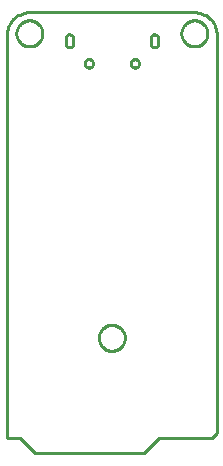
<source format=gbr>
G04 EAGLE Gerber RS-274X export*
G75*
%MOMM*%
%FSLAX34Y34*%
%LPD*%
%IN*%
%IPPOS*%
%AMOC8*
5,1,8,0,0,1.08239X$1,22.5*%
G01*
%ADD10C,0.254000*%


D10*
X-88900Y0D02*
X-77470Y0D01*
X-64770Y-12700D01*
X27305Y-12700D01*
X40005Y0D01*
X85090Y0D01*
X88900Y4445D01*
X88900Y341630D01*
X88828Y343290D01*
X88611Y344938D01*
X88251Y346561D01*
X87751Y348145D01*
X87115Y349681D01*
X86348Y351155D01*
X85455Y352557D01*
X84443Y353875D01*
X83320Y355100D01*
X82095Y356223D01*
X80777Y357235D01*
X79375Y358128D01*
X77901Y358895D01*
X76365Y359531D01*
X74781Y360031D01*
X73158Y360391D01*
X71510Y360608D01*
X69850Y360680D01*
X-69850Y360680D01*
X-71510Y360608D01*
X-73158Y360391D01*
X-74781Y360031D01*
X-76365Y359531D01*
X-77901Y358895D01*
X-79375Y358128D01*
X-80777Y357235D01*
X-82095Y356223D01*
X-83320Y355100D01*
X-84443Y353875D01*
X-85455Y352557D01*
X-86348Y351155D01*
X-87115Y349681D01*
X-87751Y348145D01*
X-88251Y346561D01*
X-88611Y344938D01*
X-88828Y343290D01*
X-88900Y341630D01*
X-88900Y0D01*
X-39000Y333500D02*
X-38968Y333261D01*
X-38915Y333026D01*
X-38842Y332797D01*
X-38749Y332575D01*
X-38637Y332361D01*
X-38507Y332159D01*
X-38359Y331968D01*
X-38196Y331791D01*
X-38018Y331629D01*
X-37826Y331483D01*
X-37623Y331354D01*
X-37409Y331243D01*
X-37186Y331152D01*
X-36956Y331080D01*
X-36720Y331029D01*
X-36481Y330998D01*
X-36241Y330989D01*
X-36000Y331000D01*
X-35759Y330989D01*
X-35519Y330998D01*
X-35280Y331029D01*
X-35044Y331080D01*
X-34814Y331152D01*
X-34592Y331243D01*
X-34377Y331354D01*
X-34174Y331483D01*
X-33982Y331629D01*
X-33804Y331791D01*
X-33641Y331968D01*
X-33493Y332159D01*
X-33363Y332361D01*
X-33251Y332575D01*
X-33158Y332797D01*
X-33085Y333026D01*
X-33032Y333261D01*
X-33000Y333500D01*
X-33000Y339500D01*
X-33032Y339739D01*
X-33085Y339974D01*
X-33158Y340203D01*
X-33251Y340425D01*
X-33363Y340639D01*
X-33493Y340842D01*
X-33641Y341032D01*
X-33804Y341209D01*
X-33982Y341371D01*
X-34174Y341517D01*
X-34377Y341646D01*
X-34592Y341757D01*
X-34814Y341848D01*
X-35044Y341920D01*
X-35280Y341971D01*
X-35519Y342002D01*
X-35759Y342011D01*
X-36000Y342000D01*
X-36241Y342011D01*
X-36481Y342002D01*
X-36720Y341971D01*
X-36956Y341920D01*
X-37186Y341848D01*
X-37409Y341757D01*
X-37623Y341646D01*
X-37826Y341517D01*
X-38018Y341371D01*
X-38196Y341209D01*
X-38359Y341032D01*
X-38507Y340842D01*
X-38637Y340639D01*
X-38749Y340425D01*
X-38842Y340203D01*
X-38915Y339974D01*
X-38968Y339739D01*
X-39000Y339500D01*
X-39000Y333500D01*
X33000Y333500D02*
X33032Y333261D01*
X33085Y333026D01*
X33158Y332797D01*
X33251Y332575D01*
X33363Y332361D01*
X33493Y332159D01*
X33641Y331968D01*
X33804Y331791D01*
X33982Y331629D01*
X34174Y331483D01*
X34377Y331354D01*
X34592Y331243D01*
X34814Y331152D01*
X35044Y331080D01*
X35280Y331029D01*
X35519Y330998D01*
X35759Y330989D01*
X36000Y331000D01*
X36241Y330989D01*
X36481Y330998D01*
X36720Y331029D01*
X36956Y331080D01*
X37186Y331152D01*
X37409Y331243D01*
X37623Y331354D01*
X37826Y331483D01*
X38018Y331629D01*
X38196Y331791D01*
X38359Y331968D01*
X38507Y332159D01*
X38637Y332361D01*
X38749Y332575D01*
X38842Y332797D01*
X38915Y333026D01*
X38968Y333261D01*
X39000Y333500D01*
X39000Y339500D01*
X38968Y339739D01*
X38915Y339974D01*
X38842Y340203D01*
X38749Y340425D01*
X38637Y340639D01*
X38507Y340842D01*
X38359Y341032D01*
X38196Y341209D01*
X38018Y341371D01*
X37826Y341517D01*
X37623Y341646D01*
X37409Y341757D01*
X37186Y341848D01*
X36956Y341920D01*
X36720Y341971D01*
X36481Y342002D01*
X36241Y342011D01*
X36000Y342000D01*
X35759Y342011D01*
X35519Y342002D01*
X35280Y341971D01*
X35044Y341920D01*
X34814Y341848D01*
X34592Y341757D01*
X34377Y341646D01*
X34174Y341517D01*
X33982Y341371D01*
X33804Y341209D01*
X33641Y341032D01*
X33493Y340842D01*
X33363Y340639D01*
X33251Y340425D01*
X33158Y340203D01*
X33085Y339974D01*
X33032Y339739D01*
X33000Y339500D01*
X33000Y333500D01*
X-58850Y342468D02*
X-58918Y341606D01*
X-59053Y340752D01*
X-59255Y339912D01*
X-59522Y339090D01*
X-59853Y338291D01*
X-60245Y337521D01*
X-60697Y336784D01*
X-61205Y336085D01*
X-61766Y335427D01*
X-62377Y334816D01*
X-63035Y334255D01*
X-63734Y333747D01*
X-64471Y333295D01*
X-65241Y332903D01*
X-66040Y332572D01*
X-66862Y332305D01*
X-67702Y332103D01*
X-68556Y331968D01*
X-69418Y331900D01*
X-70282Y331900D01*
X-71144Y331968D01*
X-71998Y332103D01*
X-72838Y332305D01*
X-73660Y332572D01*
X-74459Y332903D01*
X-75229Y333295D01*
X-75966Y333747D01*
X-76665Y334255D01*
X-77323Y334816D01*
X-77934Y335427D01*
X-78495Y336085D01*
X-79003Y336784D01*
X-79455Y337521D01*
X-79847Y338291D01*
X-80178Y339090D01*
X-80445Y339912D01*
X-80647Y340752D01*
X-80782Y341606D01*
X-80850Y342468D01*
X-80850Y343332D01*
X-80782Y344194D01*
X-80647Y345048D01*
X-80445Y345888D01*
X-80178Y346710D01*
X-79847Y347509D01*
X-79455Y348279D01*
X-79003Y349016D01*
X-78495Y349715D01*
X-77934Y350373D01*
X-77323Y350984D01*
X-76665Y351545D01*
X-75966Y352053D01*
X-75229Y352505D01*
X-74459Y352897D01*
X-73660Y353228D01*
X-72838Y353495D01*
X-71998Y353697D01*
X-71144Y353832D01*
X-70282Y353900D01*
X-69418Y353900D01*
X-68556Y353832D01*
X-67702Y353697D01*
X-66862Y353495D01*
X-66040Y353228D01*
X-65241Y352897D01*
X-64471Y352505D01*
X-63734Y352053D01*
X-63035Y351545D01*
X-62377Y350984D01*
X-61766Y350373D01*
X-61205Y349715D01*
X-60697Y349016D01*
X-60245Y348279D01*
X-59853Y347509D01*
X-59522Y346710D01*
X-59255Y345888D01*
X-59053Y345048D01*
X-58918Y344194D01*
X-58850Y343332D01*
X-58850Y342468D01*
X80850Y342468D02*
X80782Y341606D01*
X80647Y340752D01*
X80445Y339912D01*
X80178Y339090D01*
X79847Y338291D01*
X79455Y337521D01*
X79003Y336784D01*
X78495Y336085D01*
X77934Y335427D01*
X77323Y334816D01*
X76665Y334255D01*
X75966Y333747D01*
X75229Y333295D01*
X74459Y332903D01*
X73660Y332572D01*
X72838Y332305D01*
X71998Y332103D01*
X71144Y331968D01*
X70282Y331900D01*
X69418Y331900D01*
X68556Y331968D01*
X67702Y332103D01*
X66862Y332305D01*
X66040Y332572D01*
X65241Y332903D01*
X64471Y333295D01*
X63734Y333747D01*
X63035Y334255D01*
X62377Y334816D01*
X61766Y335427D01*
X61205Y336085D01*
X60697Y336784D01*
X60245Y337521D01*
X59853Y338291D01*
X59522Y339090D01*
X59255Y339912D01*
X59053Y340752D01*
X58918Y341606D01*
X58850Y342468D01*
X58850Y343332D01*
X58918Y344194D01*
X59053Y345048D01*
X59255Y345888D01*
X59522Y346710D01*
X59853Y347509D01*
X60245Y348279D01*
X60697Y349016D01*
X61205Y349715D01*
X61766Y350373D01*
X62377Y350984D01*
X63035Y351545D01*
X63734Y352053D01*
X64471Y352505D01*
X65241Y352897D01*
X66040Y353228D01*
X66862Y353495D01*
X67702Y353697D01*
X68556Y353832D01*
X69418Y353900D01*
X70282Y353900D01*
X71144Y353832D01*
X71998Y353697D01*
X72838Y353495D01*
X73660Y353228D01*
X74459Y352897D01*
X75229Y352505D01*
X75966Y352053D01*
X76665Y351545D01*
X77323Y350984D01*
X77934Y350373D01*
X78495Y349715D01*
X79003Y349016D01*
X79455Y348279D01*
X79847Y347509D01*
X80178Y346710D01*
X80445Y345888D01*
X80647Y345048D01*
X80782Y344194D01*
X80850Y343332D01*
X80850Y342468D01*
X11000Y84658D02*
X10932Y83796D01*
X10797Y82942D01*
X10595Y82102D01*
X10328Y81280D01*
X9997Y80481D01*
X9605Y79711D01*
X9153Y78974D01*
X8645Y78275D01*
X8084Y77617D01*
X7473Y77006D01*
X6815Y76445D01*
X6116Y75937D01*
X5379Y75485D01*
X4609Y75093D01*
X3810Y74762D01*
X2988Y74495D01*
X2148Y74293D01*
X1294Y74158D01*
X432Y74090D01*
X-432Y74090D01*
X-1294Y74158D01*
X-2148Y74293D01*
X-2988Y74495D01*
X-3810Y74762D01*
X-4609Y75093D01*
X-5379Y75485D01*
X-6116Y75937D01*
X-6815Y76445D01*
X-7473Y77006D01*
X-8084Y77617D01*
X-8645Y78275D01*
X-9153Y78974D01*
X-9605Y79711D01*
X-9997Y80481D01*
X-10328Y81280D01*
X-10595Y82102D01*
X-10797Y82942D01*
X-10932Y83796D01*
X-11000Y84658D01*
X-11000Y85522D01*
X-10932Y86384D01*
X-10797Y87238D01*
X-10595Y88078D01*
X-10328Y88900D01*
X-9997Y89699D01*
X-9605Y90469D01*
X-9153Y91206D01*
X-8645Y91905D01*
X-8084Y92563D01*
X-7473Y93174D01*
X-6815Y93735D01*
X-6116Y94243D01*
X-5379Y94695D01*
X-4609Y95087D01*
X-3810Y95418D01*
X-2988Y95685D01*
X-2148Y95887D01*
X-1294Y96022D01*
X-432Y96090D01*
X432Y96090D01*
X1294Y96022D01*
X2148Y95887D01*
X2988Y95685D01*
X3810Y95418D01*
X4609Y95087D01*
X5379Y94695D01*
X6116Y94243D01*
X6815Y93735D01*
X7473Y93174D01*
X8084Y92563D01*
X8645Y91905D01*
X9153Y91206D01*
X9605Y90469D01*
X9997Y89699D01*
X10328Y88900D01*
X10595Y88078D01*
X10797Y87238D01*
X10932Y86384D01*
X11000Y85522D01*
X11000Y84658D01*
X16000Y317729D02*
X16060Y318184D01*
X16179Y318627D01*
X16354Y319051D01*
X16584Y319449D01*
X16863Y319813D01*
X17187Y320137D01*
X17551Y320416D01*
X17949Y320646D01*
X18373Y320821D01*
X18816Y320940D01*
X19271Y321000D01*
X19729Y321000D01*
X20184Y320940D01*
X20627Y320821D01*
X21051Y320646D01*
X21449Y320416D01*
X21813Y320137D01*
X22137Y319813D01*
X22416Y319449D01*
X22646Y319051D01*
X22821Y318627D01*
X22940Y318184D01*
X23000Y317729D01*
X23000Y317271D01*
X22940Y316816D01*
X22821Y316373D01*
X22646Y315949D01*
X22416Y315551D01*
X22137Y315187D01*
X21813Y314863D01*
X21449Y314584D01*
X21051Y314354D01*
X20627Y314179D01*
X20184Y314060D01*
X19729Y314000D01*
X19271Y314000D01*
X18816Y314060D01*
X18373Y314179D01*
X17949Y314354D01*
X17551Y314584D01*
X17187Y314863D01*
X16863Y315187D01*
X16584Y315551D01*
X16354Y315949D01*
X16179Y316373D01*
X16060Y316816D01*
X16000Y317271D01*
X16000Y317729D01*
X-23000Y317729D02*
X-22940Y318184D01*
X-22821Y318627D01*
X-22646Y319051D01*
X-22416Y319449D01*
X-22137Y319813D01*
X-21813Y320137D01*
X-21449Y320416D01*
X-21051Y320646D01*
X-20627Y320821D01*
X-20184Y320940D01*
X-19729Y321000D01*
X-19271Y321000D01*
X-18816Y320940D01*
X-18373Y320821D01*
X-17949Y320646D01*
X-17551Y320416D01*
X-17187Y320137D01*
X-16863Y319813D01*
X-16584Y319449D01*
X-16354Y319051D01*
X-16179Y318627D01*
X-16060Y318184D01*
X-16000Y317729D01*
X-16000Y317271D01*
X-16060Y316816D01*
X-16179Y316373D01*
X-16354Y315949D01*
X-16584Y315551D01*
X-16863Y315187D01*
X-17187Y314863D01*
X-17551Y314584D01*
X-17949Y314354D01*
X-18373Y314179D01*
X-18816Y314060D01*
X-19271Y314000D01*
X-19729Y314000D01*
X-20184Y314060D01*
X-20627Y314179D01*
X-21051Y314354D01*
X-21449Y314584D01*
X-21813Y314863D01*
X-22137Y315187D01*
X-22416Y315551D01*
X-22646Y315949D01*
X-22821Y316373D01*
X-22940Y316816D01*
X-23000Y317271D01*
X-23000Y317729D01*
M02*

</source>
